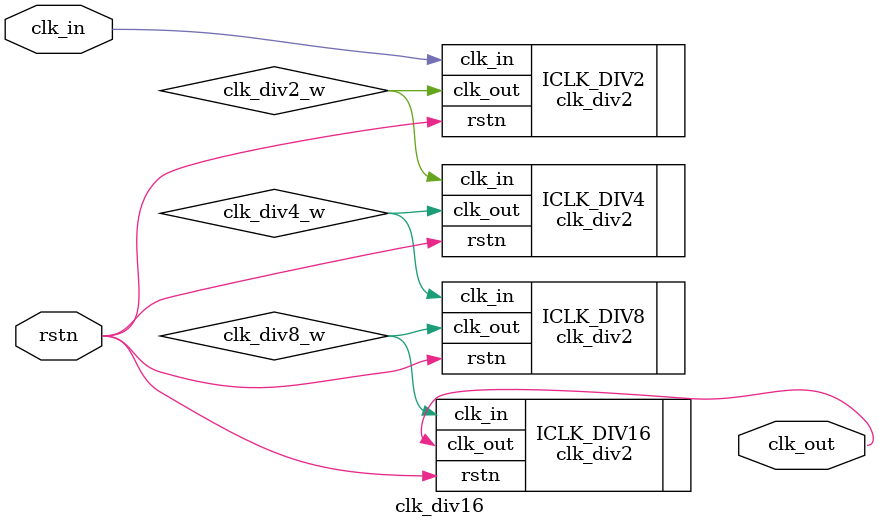
<source format=v>

module clk_div16(
    output clk_out,
    input clk_in, rstn
    );
    
    wire clk_div2_w, clk_div4_w, clk_div8_w;
    
    clk_div2 ICLK_DIV2 (.clk_out(clk_div2_w), .clk_in(clk_in), .rstn(rstn));
    clk_div2 ICLK_DIV4 (.clk_out(clk_div4_w), .clk_in(clk_div2_w), .rstn(rstn));
    clk_div2 ICLK_DIV8 (.clk_out(clk_div8_w), .clk_in(clk_div4_w), .rstn(rstn));
    clk_div2 ICLK_DIV16 (.clk_out(clk_out), .clk_in(clk_div8_w), .rstn(rstn));
    
endmodule

</source>
